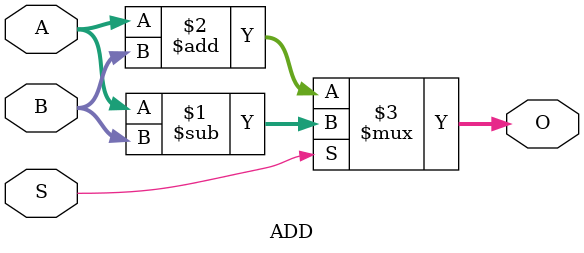
<source format=v>
/*
 * A small Verilog example to try out
 *  
 * Copyright 2020 James C. Hoe
 *
 * Permission is hereby granted, free of charge, to any person obtaining
 * a copy of this software and associated documentation files (the
 * "Software"), to deal in the Software without restriction, including
 * without limitation the rights to use, copy, modify, merge, publish,
 * distribute, sublicense, and/or sell copies of the Software, and to
 * permit persons to whom the Software is furnished to do so, subject to
 * the following conditions:
 * 
 * The above copyright notice and this permission notice shall be
 * included in all copies or substantial portions of the Software.
 * 
 * THE SOFTWARE IS PROVIDED "AS IS", WITHOUT WARRANTY OF ANY KIND,
 * EXPRESS OR IMPLIED, INCLUDING BUT NOT LIMITED TO THE WARRANTIES OF
 * MERCHANTABILITY, FITNESS FOR A PARTICULAR PURPOSE AND
 * NONINFRINGEMENT. IN NO EVENT SHALL THE AUTHORS OR COPYRIGHT HOLDERS BE
 * LIABLE FOR ANY CLAIM, DAMAGES OR OTHER LIABILITY, WHETHER IN AN ACTION
 * OF CONTRACT, TORT OR OTHERWISE, ARISING FROM, OUT OF OR IN CONNECTION
 * WITH THE SOFTWARE OR THE USE OR OTHER DEALINGS IN THE SOFTWARE.
 */

module MULTIPLY(A, B, O);
   parameter PRECISION=64, BITS_FRACTION=32;

   input [PRECISION-1:0] A, B;
   output [PRECISION-1:0] O;

   wire [2*PRECISION-1:0] AA, BB, OO;

   assign AA={{PRECISION{A[PRECISION-1]}},A};
   assign BB={{PRECISION{B[PRECISION-1]}},B};
   assign OO=AA*BB;
   assign O=OO[PRECISION+BITS_FRACTION-1:BITS_FRACTION];
endmodule // multiply

module ADD(A, B, O, S);
   parameter PRECISION=64, BITS_FRACTION=32;

   input S;
   input [PRECISION-1:0] A, B;
   output [PRECISION-1:0] O;

   assign O=S?(A-B):(A+B);
endmodule 





</source>
